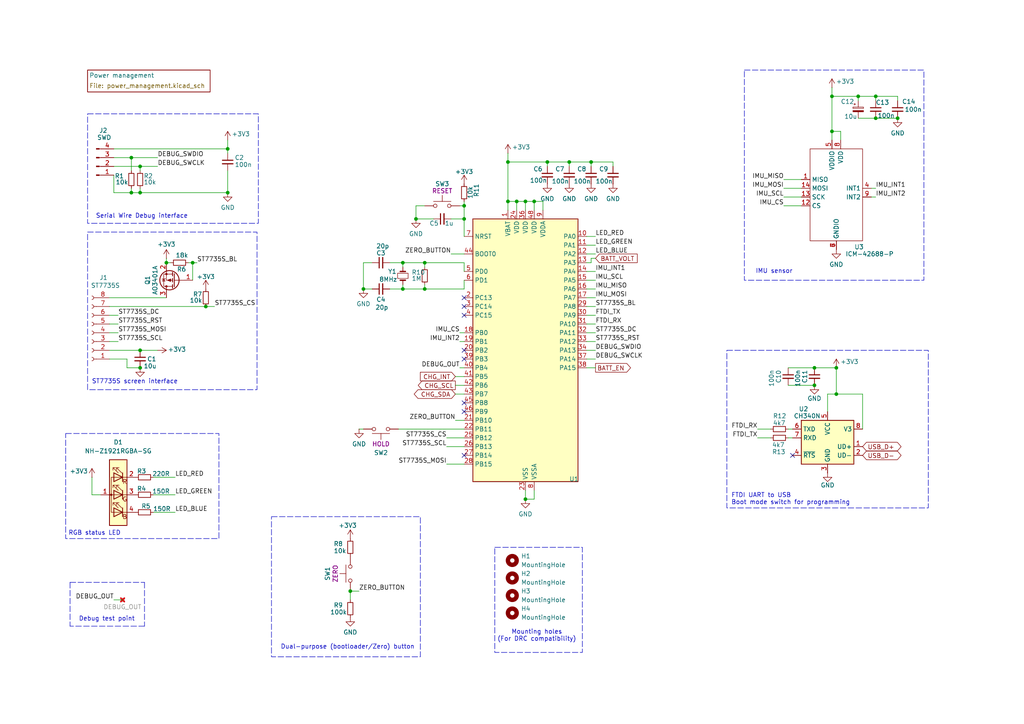
<source format=kicad_sch>
(kicad_sch (version 20250114) (generator "eeschema") (generator_version "9.0")
  (paper "A4")
  (title_block (title "Leany - Control circuit") (date "2026-02-19") (rev "0.4") (comment 1 "CERN Open Hardware Licence Version 2 - Permissive") (comment 2 "Copyright (c) 2026 Gilles Henrard"))
  (lib_symbols
    (symbol "Connector:Conn_01x04_Pin" (pin_names (offset 1.016) (hide yes))
      (property "Reference" "J" (at 0 5.08 0))
      (property "Value" "Conn_01x04_Pin" (at 0 -7.62 0))
      (symbol "Conn_01x04_Pin_1_1"
        (rectangle (start 0.8636 2.667) (end 0 2.413) (stroke (width 0.1524)) (fill (type outline)))
        (rectangle (start 0.8636 0.127) (end 0 -0.127) (stroke (width 0.1524)) (fill (type outline)))
        (rectangle (start 0.8636 -2.413) (end 0 -2.667) (stroke (width 0.1524)) (fill (type outline)))
        (rectangle (start 0.8636 -4.953) (end 0 -5.207) (stroke (width 0.1524)) (fill (type outline)))
        (polyline (pts (xy 1.27 2.54) (xy 0.8636 2.54)) (stroke (width 0.1524)))
        (polyline (pts (xy 1.27 0) (xy 0.8636 0)) (stroke (width 0.1524)))
        (polyline (pts (xy 1.27 -2.54) (xy 0.8636 -2.54)) (stroke (width 0.1524)))
        (polyline (pts (xy 1.27 -5.08) (xy 0.8636 -5.08)) (stroke (width 0.1524)))
        (pin passive line (at 5.08 2.54 180) (length 3.81) (name "Pin_1") (number "1"))
        (pin passive line (at 5.08 0 180) (length 3.81) (name "Pin_2") (number "2"))
        (pin passive line (at 5.08 -2.54 180) (length 3.81) (name "Pin_3") (number "3"))
        (pin passive line (at 5.08 -5.08 180) (length 3.81) (name "Pin_4") (number "4"))
      )
    )
    (symbol "Connector:Conn_01x08_Socket" (pin_names (offset 1.016) (hide yes))
      (property "Reference" "J" (at 0 10.16 0))
      (property "Value" "Conn_01x08_Socket" (at 0 -12.7 0))
      (symbol "Conn_01x08_Socket_1_1"
        (polyline (pts (xy -1.27 7.62) (xy -0.508 7.62)) (stroke (width 0.1524)))
        (polyline (pts (xy -1.27 5.08) (xy -0.508 5.08)) (stroke (width 0.1524)))
        (polyline (pts (xy -1.27 2.54) (xy -0.508 2.54)) (stroke (width 0.1524)))
        (polyline (pts (xy -1.27 0) (xy -0.508 0)) (stroke (width 0.1524)))
        (polyline (pts (xy -1.27 -2.54) (xy -0.508 -2.54)) (stroke (width 0.1524)))
        (polyline (pts (xy -1.27 -5.08) (xy -0.508 -5.08)) (stroke (width 0.1524)))
        (polyline (pts (xy -1.27 -7.62) (xy -0.508 -7.62)) (stroke (width 0.1524)))
        (polyline (pts (xy -1.27 -10.16) (xy -0.508 -10.16)) (stroke (width 0.1524)))
        (arc (start 0 7.112) (mid -0.5058 7.62) (end 0 8.128) (stroke (width 0.1524)))
        (arc (start 0 4.572) (mid -0.5058 5.08) (end 0 5.588) (stroke (width 0.1524)))
        (arc (start 0 2.032) (mid -0.5058 2.54) (end 0 3.048) (stroke (width 0.1524)))
        (arc (start 0 -0.508) (mid -0.5058 0) (end 0 0.508) (stroke (width 0.1524)))
        (arc (start 0 -3.048) (mid -0.5058 -2.54) (end 0 -2.032) (stroke (width 0.1524)))
        (arc (start 0 -5.588) (mid -0.5058 -5.08) (end 0 -4.572) (stroke (width 0.1524)))
        (arc (start 0 -8.128) (mid -0.5058 -7.62) (end 0 -7.112) (stroke (width 0.1524)))
        (arc (start 0 -10.668) (mid -0.5058 -10.16) (end 0 -9.652) (stroke (width 0.1524)))
        (pin passive line (at -5.08 7.62 0) (length 3.81) (name "Pin_1") (number "1"))
        (pin passive line (at -5.08 5.08 0) (length 3.81) (name "Pin_2") (number "2"))
        (pin passive line (at -5.08 2.54 0) (length 3.81) (name "Pin_3") (number "3"))
        (pin passive line (at -5.08 0 0) (length 3.81) (name "Pin_4") (number "4"))
        (pin passive line (at -5.08 -2.54 0) (length 3.81) (name "Pin_5") (number "5"))
        (pin passive line (at -5.08 -5.08 0) (length 3.81) (name "Pin_6") (number "6"))
        (pin passive line (at -5.08 -7.62 0) (length 3.81) (name "Pin_7") (number "7"))
        (pin passive line (at -5.08 -10.16 0) (length 3.81) (name "Pin_8") (number "8"))
      )
    )
    (symbol "Connector:TestPoint_Small" (pin_numbers (hide yes)) (pin_names (offset 0.762) (hide yes))
      (property "Reference" "TP" (at 0 3.81 0))
      (property "Value" "TestPoint_Small" (at 0 2.032 0))
      (symbol "TestPoint_Small_0_1"
        (circle (center 0 0) (radius 0.508))
      )
      (symbol "TestPoint_Small_1_1"
        (pin passive line (at 0 0 90) (length 0) (name "1") (number "1"))
      )
    )
    (symbol "Device:C_Polarized_Small" (pin_numbers (hide yes)) (pin_names (offset 0.254) (hide yes))
      (property "Reference" "C" (at 0.254 1.778 0))
      (property "Value" "C_Polarized_Small" (at 0.254 -2.032 0))
      (symbol "C_Polarized_Small_0_1"
        (rectangle (start -1.524 0.6858) (end 1.524 0.3048))
        (rectangle (start -1.524 -0.3048) (end 1.524 -0.6858) (fill (type outline)))
        (polyline (pts (xy -1.27 1.524) (xy -0.762 1.524)))
        (polyline (pts (xy -1.016 1.27) (xy -1.016 1.778)))
      )
      (symbol "C_Polarized_Small_1_1"
        (pin passive line (at 0 2.54 270) (length 1.8542) (name "~") (number "1"))
        (pin passive line (at 0 -2.54 90) (length 1.8542) (name "~") (number "2"))
      )
    )
    (symbol "Device:C_Small" (pin_numbers (hide yes)) (pin_names (offset 0.254) (hide yes))
      (property "Reference" "C" (at 0.254 1.778 0))
      (property "Value" "C_Small" (at 0.254 -2.032 0))
      (symbol "C_Small_0_1"
        (polyline (pts (xy -1.524 0.508) (xy 1.524 0.508)) (stroke (width 0.3048)))
        (polyline (pts (xy -1.524 -0.508) (xy 1.524 -0.508)) (stroke (width 0.3302)))
      )
      (symbol "C_Small_1_1"
        (pin passive line (at 0 2.54 270) (length 2.032) (name "~") (number "1"))
        (pin passive line (at 0 -2.54 90) (length 2.032) (name "~") (number "2"))
      )
    )
    (symbol "Device:Crystal_Small" (pin_numbers (hide yes)) (pin_names (offset 1.016) (hide yes))
      (property "Reference" "Y" (at 0 2.54 0))
      (property "Value" "Crystal_Small" (at 0 -2.54 0))
      (symbol "Crystal_Small_0_1"
        (polyline (pts (xy -1.27 -0.762) (xy -1.27 0.762)) (stroke (width 0.381)))
        (rectangle (start -0.762 -1.524) (end 0.762 1.524))
        (polyline (pts (xy 1.27 -0.762) (xy 1.27 0.762)) (stroke (width 0.381)))
      )
      (symbol "Crystal_Small_1_1"
        (pin passive line (at -2.54 0 0) (length 1.27) (name "1") (number "1"))
        (pin passive line (at 2.54 0 180) (length 1.27) (name "2") (number "2"))
      )
    )
    (symbol "Device:R_Small" (pin_numbers (hide yes)) (pin_names (offset 0.254) (hide yes))
      (property "Reference" "R" (at 0 0 90))
      (property "Value" "R_Small" (at 1.778 0 90))
      (symbol "R_Small_0_1"
        (rectangle (start -0.762 1.778) (end 0.762 -1.778) (stroke (width 0.2032)))
      )
      (symbol "R_Small_1_1"
        (pin passive line (at 0 2.54 270) (length 0.762) (name "~") (number "1"))
        (pin passive line (at 0 -2.54 90) (length 0.762) (name "~") (number "2"))
      )
    )
    (symbol "Interface_USB:CH340N"
      (property "Reference" "U" (at -7.62 6.35 0))
      (property "Value" "CH340N" (at 7.62 6.35 0))
      (symbol "CH340N_0_1"
        (rectangle (start -7.62 5.08) (end 7.62 -7.62) (stroke (width 0.254)) (fill (type background)))
      )
      (symbol "CH340N_1_1"
        (pin passive line (at -10.16 2.54 0) (length 2.54) (name "V3") (number "8"))
        (pin bidirectional line (at -10.16 -2.54 0) (length 2.54) (name "UD+") (number "1"))
        (pin bidirectional line (at -10.16 -5.08 0) (length 2.54) (name "UD-") (number "2"))
        (pin power_in line (at 0 7.62 270) (length 2.54) (name "VCC") (number "5"))
        (pin power_in line (at 0 -10.16 90) (length 2.54) (name "GND") (number "3"))
        (pin output line (at 10.16 2.54 180) (length 2.54) (name "TXD") (number "6"))
        (pin input line (at 10.16 0 180) (length 2.54) (name "RXD") (number "7"))
        (pin output line (at 10.16 -5.08 180) (length 2.54) (name "~{RTS}") (number "4"))
      )
    )
    (symbol "MCU_ST_STM32F1:STM32F103C8Tx"
      (property "Reference" "U" (at -15.24 39.37 0))
      (property "Value" "STM32F103C8Tx" (at 7.62 39.37 0))
      (symbol "STM32F103C8Tx_0_1"
        (rectangle (start -15.24 -38.1) (end 15.24 38.1) (stroke (width 0.254)) (fill (type background)))
      )
      (symbol "STM32F103C8Tx_1_1"
        (pin input line (at -17.78 33.02 0) (length 2.54) (name "NRST") (number "7"))
        (pin input line (at -17.78 27.94 0) (length 2.54) (name "BOOT0") (number "44"))
        (pin bidirectional line (at -17.78 22.86 0) (length 2.54) (name "PD0") (number "5"))
        (pin bidirectional line (at -17.78 20.32 0) (length 2.54) (name "PD1") (number "6"))
        (pin bidirectional line (at -17.78 15.24 0) (length 2.54) (name "PC13") (number "2"))
        (pin bidirectional line (at -17.78 12.7 0) (length 2.54) (name "PC14") (number "3"))
        (pin bidirectional line (at -17.78 10.16 0) (length 2.54) (name "PC15") (number "4"))
        (pin bidirectional line (at -17.78 5.08 0) (length 2.54) (name "PB0") (number "18"))
        (pin bidirectional line (at -17.78 2.54 0) (length 2.54) (name "PB1") (number "19"))
        (pin bidirectional line (at -17.78 0 0) (length 2.54) (name "PB2") (number "20"))
        (pin bidirectional line (at -17.78 -2.54 0) (length 2.54) (name "PB3") (number "39"))
        (pin bidirectional line (at -17.78 -5.08 0) (length 2.54) (name "PB4") (number "40"))
        (pin bidirectional line (at -17.78 -7.62 0) (length 2.54) (name "PB5") (number "41"))
        (pin bidirectional line (at -17.78 -10.16 0) (length 2.54) (name "PB6") (number "42"))
        (pin bidirectional line (at -17.78 -12.7 0) (length 2.54) (name "PB7") (number "43"))
        (pin bidirectional line (at -17.78 -15.24 0) (length 2.54) (name "PB8") (number "45"))
        (pin bidirectional line (at -17.78 -17.78 0) (length 2.54) (name "PB9") (number "46"))
        (pin bidirectional line (at -17.78 -20.32 0) (length 2.54) (name "PB10") (number "21"))
        (pin bidirectional line (at -17.78 -22.86 0) (length 2.54) (name "PB11") (number "22"))
        (pin bidirectional line (at -17.78 -25.4 0) (length 2.54) (name "PB12") (number "25"))
        (pin bidirectional line (at -17.78 -27.94 0) (length 2.54) (name "PB13") (number "26"))
        (pin bidirectional line (at -17.78 -30.48 0) (length 2.54) (name "PB14") (number "27"))
        (pin bidirectional line (at -17.78 -33.02 0) (length 2.54) (name "PB15") (number "28"))
        (pin power_in line (at -5.08 40.64 270) (length 2.54) (name "VBAT") (number "1"))
        (pin power_in line (at -2.54 40.64 270) (length 2.54) (name "VDD") (number "24"))
        (pin power_in line (at 0 40.64 270) (length 2.54) (name "VDD") (number "36"))
        (pin power_in line (at 0 -40.64 90) (length 2.54) (name "VSS") (number "23"))
        (pin passive line (at 0 -40.64 90) (length 2.54) (hide yes) (name "VSS") (number "35"))
        (pin passive line (at 0 -40.64 90) (length 2.54) (hide yes) (name "VSS") (number "47"))
        (pin power_in line (at 2.54 40.64 270) (length 2.54) (name "VDD") (number "48"))
        (pin power_in line (at 2.54 -40.64 90) (length 2.54) (name "VSSA") (number "8"))
        (pin power_in line (at 5.08 40.64 270) (length 2.54) (name "VDDA") (number "9"))
        (pin bidirectional line (at 17.78 33.02 180) (length 2.54) (name "PA0") (number "10"))
        (pin bidirectional line (at 17.78 30.48 180) (length 2.54) (name "PA1") (number "11"))
        (pin bidirectional line (at 17.78 27.94 180) (length 2.54) (name "PA2") (number "12"))
        (pin bidirectional line (at 17.78 25.4 180) (length 2.54) (name "PA3") (number "13"))
        (pin bidirectional line (at 17.78 22.86 180) (length 2.54) (name "PA4") (number "14"))
        (pin bidirectional line (at 17.78 20.32 180) (length 2.54) (name "PA5") (number "15"))
        (pin bidirectional line (at 17.78 17.78 180) (length 2.54) (name "PA6") (number "16"))
        (pin bidirectional line (at 17.78 15.24 180) (length 2.54) (name "PA7") (number "17"))
        (pin bidirectional line (at 17.78 12.7 180) (length 2.54) (name "PA8") (number "29"))
        (pin bidirectional line (at 17.78 10.16 180) (length 2.54) (name "PA9") (number "30"))
        (pin bidirectional line (at 17.78 7.62 180) (length 2.54) (name "PA10") (number "31"))
        (pin bidirectional line (at 17.78 5.08 180) (length 2.54) (name "PA11") (number "32"))
        (pin bidirectional line (at 17.78 2.54 180) (length 2.54) (name "PA12") (number "33"))
        (pin bidirectional line (at 17.78 0 180) (length 2.54) (name "PA13") (number "34"))
        (pin bidirectional line (at 17.78 -2.54 180) (length 2.54) (name "PA14") (number "37"))
        (pin bidirectional line (at 17.78 -5.08 180) (length 2.54) (name "PA15") (number "38"))
      )
    )
    (symbol "Mechanical:MountingHole" (pin_names (offset 1.016)) (in_bom no)
      (property "Reference" "H" (at 0 5.08 0))
      (property "Value" "MountingHole" (at 0 3.175 0))
      (symbol "MountingHole_0_1"
        (circle (center 0 0) (radius 1.27) (stroke (width 1.27)))
      )
    )
    (symbol "Switch:SW_Push" (pin_numbers (hide yes)) (pin_names (offset 1.016) (hide yes))
      (property "Reference" "SW" (at 1.27 2.54 0))
      (property "Value" "SW_Push" (at 0 -1.524 0))
      (symbol "SW_Push_0_1"
        (circle (center -2.032 0) (radius 0.508))
        (polyline (pts (xy 0 1.27) (xy 0 3.048)))
        (circle (center 2.032 0) (radius 0.508))
        (polyline (pts (xy 2.54 1.27) (xy -2.54 1.27)))
        (pin passive line (at -5.08 0 0) (length 2.54) (name "1") (number "1"))
        (pin passive line (at 5.08 0 180) (length 2.54) (name "2") (number "2"))
      )
    )
    (symbol "Transistor_FET:AO3401A" (pin_names (hide yes))
      (property "Reference" "Q" (at 5.08 1.905 0))
      (property "Value" "AO3401A" (at 5.08 0 0))
      (symbol "AO3401A_0_1"
        (polyline (pts (xy 0.254 1.905) (xy 0.254 -1.905)) (stroke (width 0.254)))
        (polyline (pts (xy 0.254 0) (xy -2.54 0)))
        (polyline (pts (xy 0.762 2.286) (xy 0.762 1.27)) (stroke (width 0.254)))
        (polyline (pts (xy 0.762 1.778) (xy 3.302 1.778) (xy 3.302 -1.778) (xy 0.762 -1.778)))
        (polyline (pts (xy 0.762 0.508) (xy 0.762 -0.508)) (stroke (width 0.254)))
        (polyline (pts (xy 0.762 -1.27) (xy 0.762 -2.286)) (stroke (width 0.254)))
        (circle (center 1.651 0) (radius 2.794) (stroke (width 0.254)))
        (polyline (pts (xy 2.286 0) (xy 1.27 0.381) (xy 1.27 -0.381) (xy 2.286 0)) (fill (type outline)))
        (polyline (pts (xy 2.54 2.54) (xy 2.54 1.778)))
        (circle (center 2.54 1.778) (radius 0.254) (fill (type outline)))
        (circle (center 2.54 -1.778) (radius 0.254) (fill (type outline)))
        (polyline (pts (xy 2.54 -2.54) (xy 2.54 0) (xy 0.762 0)))
        (polyline (pts (xy 2.794 -0.508) (xy 2.921 -0.381) (xy 3.683 -0.381) (xy 3.81 -0.254)))
        (polyline (pts (xy 3.302 -0.381) (xy 2.921 0.254) (xy 3.683 0.254) (xy 3.302 -0.381)))
      )
      (symbol "AO3401A_1_1"
        (pin input line (at -5.08 0 0) (length 2.54) (name "G") (number "1"))
        (pin passive line (at 2.54 5.08 270) (length 2.54) (name "D") (number "3"))
        (pin passive line (at 2.54 -5.08 90) (length 2.54) (name "S") (number "2"))
      )
    )
    (symbol "leany-symbols:IMU"
      (property "Reference" "U" (at 5.588 14.986 0))
      (property "Value" "IMU" (at 9.652 -10.668 90))
      (symbol "IMU_0_1"
        (rectangle (start -7.62 12.7) (end 7.62 -13.97))
      )
      (symbol "IMU_1_1"
        (pin output line (at -10.16 3.81 0) (length 2.54) (name "MISO") (number "1"))
        (pin input line (at -10.16 1.27 0) (length 2.54) (name "MOSI") (number "14"))
        (pin input line (at -10.16 -1.27 0) (length 2.54) (name "SCK") (number "13"))
        (pin input line (at -10.16 -3.81 0) (length 2.54) (name "CS") (number "12"))
        (pin no_connect line (at -6.35 -16.51 90) (length 2.54) (hide yes) (name "RESV") (number "10"))
        (pin no_connect line (at -3.81 -16.51 90) (length 2.54) (hide yes) (name "RESV") (number "11"))
        (pin power_in line (at -1.27 15.24 270) (length 2.54) (name "VDDIO") (number "5"))
        (pin power_in line (at 0 -16.51 90) (length 2.54) (name "GNDIO") (number "6"))
        (pin power_in line (at 0 -16.51 90) (length 2.54) (name "GND") (number "7"))
        (pin power_in line (at 1.27 15.24 270) (length 2.54) (name "VDD") (number "8"))
        (pin no_connect line (at 3.81 -16.51 90) (length 2.54) (hide yes) (name "RESV") (number "2"))
        (pin no_connect line (at 6.35 -16.51 90) (length 2.54) (hide yes) (name "RESV") (number "3"))
        (pin output line (at 10.16 1.27 180) (length 2.54) (name "INT1") (number "4"))
        (pin output line (at 10.16 -1.27 180) (length 2.54) (name "INT2") (number "9"))
      )
    )
    (symbol "leany-symbols:NH-Z1921RGBA-SG" (pin_names (offset 0) (hide yes))
      (property "Reference" "D" (at 0 12.7 0))
      (property "Value" "NH-Z1921RGBA-SG" (at 1.27 -11.43 0))
      (symbol "NH-Z1921RGBA-SG_0_0"
        (text "R" (at -1.905 3.81 0) (effects (font (size 1.27 1.27))))
        (text "G" (at -1.905 -1.27 0) (effects (font (size 1.27 1.27))))
        (text "B" (at -1.905 -6.35 0) (effects (font (size 1.27 1.27))))
      )
      (symbol "NH-Z1921RGBA-SG_0_1"
        (rectangle (start -2.54 10.16) (end 2.54 -8.89) (stroke (width 0.254)) (fill (type background)))
        (polyline (pts (xy -2.54 -5.08) (xy 1.27 -5.08)))
        (polyline (pts (xy -1.27 6.35) (xy -1.27 3.81)) (stroke (width 0.254)))
        (polyline (pts (xy -1.27 1.27) (xy -1.27 -1.27)) (stroke (width 0.254)))
        (polyline (pts (xy -1.27 -3.81) (xy -1.27 -6.35)) (stroke (width 0.254)))
        (polyline (pts (xy -1.016 6.35) (xy 0.508 7.874) (xy -0.254 7.874) (xy 0.508 7.874) (xy 0.508 7.112)))
        (polyline (pts (xy -1.016 1.27) (xy 0.508 2.794) (xy -0.254 2.794) (xy 0.508 2.794) (xy 0.508 2.032)))
        (polyline (pts (xy -1.016 -3.81) (xy 0.508 -2.286) (xy -0.254 -2.286) (xy 0.508 -2.286) (xy 0.508 -3.048)))
        (polyline (pts (xy 0 6.35) (xy 1.524 7.874) (xy 0.762 7.874) (xy 1.524 7.874) (xy 1.524 7.112)))
        (polyline (pts (xy 0 1.27) (xy 1.524 2.794) (xy 0.762 2.794) (xy 1.524 2.794) (xy 1.524 2.032)))
        (polyline (pts (xy 0 -3.81) (xy 1.524 -2.286) (xy 0.762 -2.286) (xy 1.524 -2.286) (xy 1.524 -3.048)))
        (polyline (pts (xy 1.27 6.35) (xy 1.27 3.81) (xy -1.27 5.08) (xy 1.27 6.35)) (stroke (width 0.254)))
        (rectangle (start 1.27 6.35) (end 1.27 6.35))
        (polyline (pts (xy 1.27 5.08) (xy -2.54 5.08)))
        (polyline (pts (xy 1.27 1.27) (xy 1.27 -1.27) (xy -1.27 0) (xy 1.27 1.27)) (stroke (width 0.254)))
        (polyline (pts (xy 1.27 -3.81) (xy 1.27 -6.35) (xy -1.27 -5.08) (xy 1.27 -3.81)) (stroke (width 0.254)))
        (polyline (pts (xy 1.27 -5.08) (xy 2.032 -5.08) (xy 2.032 5.08) (xy 1.27 5.08)))
        (circle (center 2.032 0) (radius 0.254) (fill (type outline)))
        (polyline (pts (xy 2.54 0) (xy -2.54 0)))
      )
      (symbol "NH-Z1921RGBA-SG_1_1"
        (pin passive line (at -5.08 5.08 0) (length 2.54) (name "RK") (number "2"))
        (pin passive line (at -5.08 0 0) (length 2.54) (name "GK") (number "3"))
        (pin passive line (at -5.08 -5.08 0) (length 2.54) (name "BK") (number "4"))
        (pin passive line (at 5.08 0 180) (length 2.54) (name "A") (number "1"))
      )
    )
    (symbol "power:+3V3" (power) (pin_numbers (hide yes)) (pin_names (offset 0) (hide yes))
      (property "Value" "+3V3" (at 0 3.556 0))
      (symbol "+3V3_0_1"
        (polyline (pts (xy -0.762 1.27) (xy 0 2.54)))
        (polyline (pts (xy 0 2.54) (xy 0.762 1.27)))
        (polyline (pts (xy 0 0) (xy 0 2.54)))
      )
      (symbol "+3V3_1_1"
        (pin power_in line (at 0 0 90) (length 0) (name "~") (number "1"))
      )
    )
    (symbol "power:GND" (power) (pin_numbers (hide yes)) (pin_names (offset 0) (hide yes))
      (property "Value" "GND" (at 0 -3.81 0))
      (symbol "GND_0_1"
        (polyline (pts (xy 0 0) (xy 0 -1.27) (xy 1.27 -1.27) (xy 0 -2.54) (xy -1.27 -1.27) (xy 0 -1.27)))
      )
      (symbol "GND_1_1"
        (pin power_in line (at 0 0 270) (length 0) (name "~") (number "1"))
      )
    )
  )
  (rectangle (start 19.05 125.73) (end 63.5 156.21) (stroke (width 0) (type dash)))
  (rectangle (start 215.9 20.32) (end 267.97 81.28) (stroke (width 0) (type dash)))
  (rectangle (start 25.4 33.02) (end 74.93 64.77) (stroke (width 0) (type dash)))
  (rectangle (start 210.82 101.6) (end 269.24 147.32) (stroke (width 0) (type dash)))
  (rectangle (start 25.4 67.31) (end 74.549 113.03) (stroke (width 0) (type dash)))
  (rectangle (start 143.51 158.75) (end 168.91 189.23) (stroke (width 0) (type dash)))
  (rectangle (start 78.74 149.86) (end 121.92 190.5) (stroke (width 0) (type dash)))
  (text "FTDI UART to USB\nBoot mode switch for programming" (at 212.09 144.78 0) (effects (font (size 1.27 1.27)) (justify left)))
  (text "IMU sensor" (at 224.536 78.74 0) (effects (font (size 1.27 1.27))))
  (text "Debug test point" (at 30.988 179.578 0) (effects (font (size 1.27 1.27))))
  (text "ST7735S screen interface" (at 39.116 110.744 0) (effects (font (size 1.27 1.27))))
  (text "RGB status LED" (at 27.432 154.686 0) (effects (font (size 1.27 1.27))))
  (text "Mounting holes\n(For DRC compatibility)" (at 155.702 184.404 0) (effects (font (size 1.27 1.27))))
  (text "Serial Wire Debug interface" (at 41.148 62.738 0) (effects (font (size 1.27 1.27))))
  (text "Dual-purpose (bootloader/Zero) button" (at 100.838 187.706 0) (effects (font (size 1.27 1.27))))
  (junction (at 147.32 58.42))
  (junction (at 123.19 83.82))
  (junction (at 254 27.94))
  (junction (at 116.84 76.2))
  (junction (at 38.1 45.72))
  (junction (at 120.65 63.5))
  (junction (at 158.75 46.99))
  (junction (at 66.04 55.88))
  (junction (at 152.4 144.78))
  (junction (at 248.92 27.94))
  (junction (at 242.57 114.3))
  (junction (at 134.62 59.69))
  (junction (at 38.1 55.88))
  (junction (at 241.3 27.94))
  (junction (at 154.94 58.42))
  (junction (at 165.1 46.99))
  (junction (at 40.64 55.88))
  (junction (at 101.6 171.45))
  (junction (at 242.57 106.68))
  (junction (at 66.04 43.18))
  (junction (at 134.62 63.5))
  (junction (at 40.64 48.26))
  (junction (at 105.41 83.82))
  (junction (at 236.22 106.68))
  (junction (at 171.45 46.99))
  (junction (at 254 34.29))
  (junction (at 40.64 101.6))
  (junction (at 116.84 83.82))
  (junction (at 241.3 38.1))
  (junction (at 40.64 106.68))
  (junction (at 59.69 88.9))
  (junction (at 149.86 58.42))
  (junction (at 147.32 46.99))
  (junction (at 48.26 76.2))
  (junction (at 55.88 76.2))
  (junction (at 260.35 34.29))
  (junction (at 236.22 111.76))
  (junction (at 152.4 58.42))
  (junction (at 123.19 76.2))
  (no_connect (at 134.62 104.14))
  (no_connect (at 229.87 132.08))
  (no_connect (at 134.62 88.9))
  (no_connect (at 134.62 132.08))
  (no_connect (at 134.62 116.84))
  (no_connect (at 134.62 86.36))
  (no_connect (at 134.62 119.38))
  (no_connect (at 134.62 101.6))
  (no_connect (at 134.62 91.44))
  (wire (pts (xy 254 34.29) (xy 260.35 34.29)))
  (wire (pts (xy 31.75 104.14) (xy 36.83 104.14)))
  (wire (pts (xy 116.84 76.2) (xy 113.03 76.2)))
  (wire (pts (xy 241.3 27.94) (xy 248.92 27.94)))
  (wire (pts (xy 66.04 49.53) (xy 66.04 55.88)))
  (wire (pts (xy 44.45 138.43) (xy 50.8 138.43)))
  (wire (pts (xy 38.1 45.72) (xy 45.72 45.72)))
  (wire (pts (xy 129.54 134.62) (xy 134.62 134.62)))
  (wire (pts (xy 158.75 46.99) (xy 158.75 48.26)))
  (wire (pts (xy 152.4 58.42) (xy 152.4 60.96)))
  (wire (pts (xy 170.18 68.58) (xy 172.72 68.58)))
  (wire (pts (xy 38.1 54.61) (xy 38.1 55.88)))
  (wire (pts (xy 120.65 59.69) (xy 123.19 59.69)))
  (wire (pts (xy 55.88 76.2) (xy 55.88 81.28)))
  (wire (pts (xy 157.48 58.42) (xy 157.48 60.96)))
  (wire (pts (xy 252.73 54.61) (xy 254 54.61)))
  (wire (pts (xy 170.18 99.06) (xy 172.72 99.06)))
  (wire (pts (xy 152.4 142.24) (xy 152.4 144.78)))
  (wire (pts (xy 134.62 58.42) (xy 134.62 59.69)))
  (wire (pts (xy 134.62 83.82) (xy 134.62 81.28)))
  (wire (pts (xy 132.08 121.92) (xy 134.62 121.92)))
  (polyline (pts (xy 41.91 168.91) (xy 41.91 181.61)) (stroke (width 0) (type dash)))
  (wire (pts (xy 243.84 38.1) (xy 241.3 38.1)))
  (wire (pts (xy 250.19 114.3) (xy 250.19 124.46)))
  (wire (pts (xy 31.75 88.9) (xy 59.69 88.9)))
  (wire (pts (xy 66.04 43.18) (xy 66.04 44.45)))
  (wire (pts (xy 243.84 40.64) (xy 243.84 38.1)))
  (wire (pts (xy 147.32 58.42) (xy 147.32 60.96)))
  (wire (pts (xy 129.54 129.54) (xy 134.62 129.54)))
  (wire (pts (xy 38.1 55.88) (xy 40.64 55.88)))
  (wire (pts (xy 134.62 76.2) (xy 134.62 78.74)))
  (wire (pts (xy 240.03 114.3) (xy 240.03 119.38)))
  (wire (pts (xy 170.18 71.12) (xy 172.72 71.12)))
  (wire (pts (xy 147.32 46.99) (xy 147.32 58.42)))
  (wire (pts (xy 241.3 38.1) (xy 241.3 40.64)))
  (wire (pts (xy 254 34.29) (xy 248.92 34.29)))
  (wire (pts (xy 132.08 111.76) (xy 134.62 111.76)))
  (wire (pts (xy 101.6 171.45) (xy 101.6 173.99)))
  (wire (pts (xy 132.08 114.3) (xy 134.62 114.3)))
  (wire (pts (xy 59.69 88.9) (xy 62.23 88.9)))
  (wire (pts (xy 170.18 93.98) (xy 172.72 93.98)))
  (wire (pts (xy 242.57 106.68) (xy 236.22 106.68)))
  (wire (pts (xy 31.75 99.06) (xy 34.29 99.06)))
  (wire (pts (xy 242.57 114.3) (xy 250.19 114.3)))
  (wire (pts (xy 171.45 48.26) (xy 171.45 46.99)))
  (wire (pts (xy 241.3 27.94) (xy 241.3 38.1)))
  (wire (pts (xy 31.75 91.44) (xy 34.29 91.44)))
  (wire (pts (xy 171.45 46.99) (xy 165.1 46.99)))
  (wire (pts (xy 31.75 86.36) (xy 48.26 86.36)))
  (wire (pts (xy 123.19 76.2) (xy 123.19 77.47)))
  (wire (pts (xy 248.92 27.94) (xy 254 27.94)))
  (wire (pts (xy 170.18 83.82) (xy 172.72 83.82)))
  (wire (pts (xy 26.67 138.43) (xy 26.67 143.51)))
  (polyline (pts (xy 20.32 168.91) (xy 41.91 168.91)) (stroke (width 0) (type dash)))
  (wire (pts (xy 40.64 48.26) (xy 40.64 49.53)))
  (wire (pts (xy 33.02 173.99) (xy 35.56 173.99)))
  (wire (pts (xy 123.19 83.82) (xy 134.62 83.82)))
  (wire (pts (xy 170.18 96.52) (xy 172.72 96.52)))
  (wire (pts (xy 170.18 88.9) (xy 172.72 88.9)))
  (wire (pts (xy 248.92 27.94) (xy 248.92 29.21)))
  (wire (pts (xy 133.35 96.52) (xy 134.62 96.52)))
  (wire (pts (xy 154.94 142.24) (xy 154.94 144.78)))
  (wire (pts (xy 66.04 40.64) (xy 66.04 43.18)))
  (wire (pts (xy 48.26 76.2) (xy 48.26 74.93)))
  (wire (pts (xy 116.84 76.2) (xy 116.84 77.47)))
  (wire (pts (xy 26.67 143.51) (xy 29.21 143.51)))
  (wire (pts (xy 219.71 124.46) (xy 223.52 124.46)))
  (wire (pts (xy 227.33 57.15) (xy 232.41 57.15)))
  (wire (pts (xy 129.54 127) (xy 134.62 127)))
  (wire (pts (xy 149.86 58.42) (xy 149.86 60.96)))
  (wire (pts (xy 36.83 104.14) (xy 36.83 106.68)))
  (wire (pts (xy 40.64 48.26) (xy 45.72 48.26)))
  (wire (pts (xy 48.26 76.2) (xy 49.53 76.2)))
  (wire (pts (xy 54.61 76.2) (xy 55.88 76.2)))
  (wire (pts (xy 170.18 73.66) (xy 172.72 73.66)))
  (wire (pts (xy 170.18 104.14) (xy 172.72 104.14)))
  (wire (pts (xy 228.6 124.46) (xy 229.87 124.46)))
  (wire (pts (xy 33.02 55.88) (xy 38.1 55.88)))
  (wire (pts (xy 171.45 76.2) (xy 170.18 76.2)))
  (wire (pts (xy 260.35 27.94) (xy 254 27.94)))
  (wire (pts (xy 170.18 106.68) (xy 172.72 106.68)))
  (wire (pts (xy 147.32 44.45) (xy 147.32 46.99)))
  (wire (pts (xy 170.18 81.28) (xy 172.72 81.28)))
  (wire (pts (xy 33.02 45.72) (xy 38.1 45.72)))
  (wire (pts (xy 252.73 57.15) (xy 254 57.15)))
  (wire (pts (xy 171.45 74.93) (xy 172.72 74.93)))
  (wire (pts (xy 31.75 93.98) (xy 34.29 93.98)))
  (wire (pts (xy 33.02 48.26) (xy 40.64 48.26)))
  (wire (pts (xy 115.57 124.46) (xy 134.62 124.46)))
  (wire (pts (xy 31.75 101.6) (xy 40.64 101.6)))
  (wire (pts (xy 130.81 63.5) (xy 134.62 63.5)))
  (wire (pts (xy 40.64 55.88) (xy 66.04 55.88)))
  (wire (pts (xy 55.88 76.2) (xy 57.15 76.2)))
  (wire (pts (xy 133.35 106.68) (xy 134.62 106.68)))
  (wire (pts (xy 154.94 58.42) (xy 157.48 58.42)))
  (polyline (pts (xy 20.32 168.91) (xy 20.32 181.61)) (stroke (width 0) (type dash)))
  (wire (pts (xy 31.75 96.52) (xy 34.29 96.52)))
  (wire (pts (xy 44.45 143.51) (xy 50.8 143.51)))
  (wire (pts (xy 240.03 114.3) (xy 242.57 114.3)))
  (wire (pts (xy 40.64 101.6) (xy 45.72 101.6)))
  (wire (pts (xy 104.14 124.46) (xy 105.41 124.46)))
  (wire (pts (xy 227.33 54.61) (xy 232.41 54.61)))
  (wire (pts (xy 113.03 83.82) (xy 116.84 83.82)))
  (wire (pts (xy 134.62 59.69) (xy 134.62 63.5)))
  (wire (pts (xy 134.62 63.5) (xy 134.62 68.58)))
  (wire (pts (xy 105.41 83.82) (xy 107.95 83.82)))
  (wire (pts (xy 228.6 106.68) (xy 236.22 106.68)))
  (wire (pts (xy 170.18 101.6) (xy 172.72 101.6)))
  (wire (pts (xy 101.6 171.45) (xy 104.14 171.45)))
  (wire (pts (xy 38.1 45.72) (xy 38.1 49.53)))
  (wire (pts (xy 123.19 82.55) (xy 123.19 83.82)))
  (wire (pts (xy 105.41 76.2) (xy 105.41 83.82)))
  (wire (pts (xy 170.18 91.44) (xy 172.72 91.44)))
  (wire (pts (xy 165.1 48.26) (xy 165.1 46.99)))
  (wire (pts (xy 152.4 58.42) (xy 154.94 58.42)))
  (wire (pts (xy 228.6 127) (xy 229.87 127)))
  (wire (pts (xy 228.6 111.76) (xy 236.22 111.76)))
  (wire (pts (xy 147.32 58.42) (xy 149.86 58.42)))
  (wire (pts (xy 120.65 63.5) (xy 125.73 63.5)))
  (wire (pts (xy 123.19 76.2) (xy 116.84 76.2)))
  (wire (pts (xy 227.33 59.69) (xy 232.41 59.69)))
  (wire (pts (xy 227.33 52.07) (xy 232.41 52.07)))
  (wire (pts (xy 134.62 76.2) (xy 123.19 76.2)))
  (wire (pts (xy 36.83 106.68) (xy 40.64 106.68)))
  (wire (pts (xy 170.18 86.36) (xy 172.72 86.36)))
  (wire (pts (xy 241.3 25.4) (xy 241.3 27.94)))
  (wire (pts (xy 165.1 46.99) (xy 158.75 46.99)))
  (wire (pts (xy 177.8 46.99) (xy 171.45 46.99)))
  (wire (pts (xy 171.45 76.2) (xy 171.45 74.93)))
  (wire (pts (xy 40.64 54.61) (xy 40.64 55.88)))
  (wire (pts (xy 116.84 83.82) (xy 123.19 83.82)))
  (wire (pts (xy 33.02 43.18) (xy 66.04 43.18)))
  (wire (pts (xy 254 27.94) (xy 254 29.21)))
  (wire (pts (xy 44.45 148.59) (xy 50.8 148.59)))
  (wire (pts (xy 116.84 82.55) (xy 116.84 83.82)))
  (wire (pts (xy 242.57 106.68) (xy 242.57 114.3)))
  (wire (pts (xy 133.35 99.06) (xy 134.62 99.06)))
  (wire (pts (xy 177.8 48.26) (xy 177.8 46.99)))
  (wire (pts (xy 219.71 127) (xy 223.52 127)))
  (wire (pts (xy 133.35 59.69) (xy 134.62 59.69)))
  (wire (pts (xy 33.02 50.8) (xy 33.02 55.88)))
  (wire (pts (xy 147.32 46.99) (xy 158.75 46.99)))
  (wire (pts (xy 149.86 58.42) (xy 152.4 58.42)))
  (wire (pts (xy 132.08 109.22) (xy 134.62 109.22)))
  (wire (pts (xy 105.41 76.2) (xy 107.95 76.2)))
  (wire (pts (xy 130.81 73.66) (xy 134.62 73.66)))
  (wire (pts (xy 152.4 144.78) (xy 154.94 144.78)))
  (polyline (pts (xy 41.91 181.61) (xy 20.32 181.61)) (stroke (width 0) (type dash)))
  (wire (pts (xy 170.18 78.74) (xy 172.72 78.74)))
  (wire (pts (xy 120.65 59.69) (xy 120.65 63.5)))
  (wire (pts (xy 260.35 29.21) (xy 260.35 27.94)))
  (wire (pts (xy 154.94 58.42) (xy 154.94 60.96)))
  (label "IMU_MOSI" (at 172.72 86.36 0))
  (label "IMU_INT1" (at 172.72 78.74 0))
  (label "IMU_INT2" (at 133.35 99.06 180))
  (label "ST7735S_BL" (at 57.15 76.2 0))
  (label "ST7735S_DC" (at 34.29 91.44 0))
  (label "DEBUG_SWCLK" (at 172.72 104.14 0))
  (label "ST7735S_CS" (at 129.54 127 180))
  (label "DEBUG_OUT" (at 133.35 106.68 180))
  (label "FTDI_RX" (at 219.71 124.46 180))
  (label "ZERO_BUTTON" (at 132.08 121.92 180))
  (label "ZERO_BUTTON" (at 104.14 171.45 0))
  (label "ZERO_BUTTON" (at 130.81 73.66 180))
  (label "FTDI_RX" (at 172.72 93.98 0))
  (label "LED_BLUE" (at 50.8 148.59 0))
  (label "FTDI_TX" (at 219.71 127 180))
  (label "ST7735S_SCL" (at 129.54 129.54 180))
  (label "IMU_INT1" (at 254 54.61 0))
  (label "LED_GREEN" (at 50.8 143.51 0))
  (label "LED_GREEN" (at 172.72 71.12 0))
  (label "IMU_SCL" (at 227.33 57.15 180))
  (label "IMU_CS" (at 133.35 96.52 180))
  (label "IMU_SCL" (at 172.72 81.28 0))
  (label "ST7735S_SCL" (at 34.29 99.06 0))
  (label "FTDI_TX" (at 172.72 91.44 0))
  (label "IMU_INT2" (at 254 57.15 0))
  (label "ST7735S_DC" (at 172.72 96.52 0))
  (label "LED_BLUE" (at 172.72 73.66 0))
  (label "LED_RED" (at 50.8 138.43 0))
  (label "DEBUG_SWDIO" (at 45.72 45.72 0))
  (label "ST7735S_MOSI" (at 34.29 96.52 0))
  (label "DEBUG_OUT" (at 33.02 173.99 180))
  (label "DEBUG_SWDIO" (at 172.72 101.6 0))
  (label "ST7735S_RST" (at 34.29 93.98 0))
  (label "IMU_MISO" (at 227.33 52.07 180))
  (label "ST7735S_CS" (at 62.23 88.9 0))
  (label "DEBUG_SWCLK" (at 45.72 48.26 0))
  (label "IMU_MISO" (at 172.72 83.82 0))
  (label "ST7735S_BL" (at 172.72 88.9 0))
  (label "ST7735S_MOSI" (at 129.54 134.62 180))
  (label "IMU_MOSI" (at 227.33 54.61 180))
  (label "ST7735S_RST" (at 172.72 99.06 0))
  (label "IMU_CS" (at 227.33 59.69 180))
  (label "LED_RED" (at 172.72 68.58 0))
  (global_label "CHG_INT" (shape input) (at 132.08 109.22 180) (property "Intersheetrefs" "${INTERSHEET_REFS}" (effects (hide yes))))
  (global_label "BATT_EN" (shape output) (at 172.72 106.68 0) (property "Intersheetrefs" "${INTERSHEET_REFS}" (effects (hide yes))))
  (global_label "BATT_VOLT" (shape input) (at 172.72 74.93 0) (property "Intersheetrefs" "${INTERSHEET_REFS}" (effects (hide yes))))
  (global_label "CHG_SCL" (shape output) (at 132.08 111.76 180) (property "Intersheetrefs" "${INTERSHEET_REFS}" (effects (hide yes))))
  (global_label "CHG_SDA" (shape bidirectional) (at 132.08 114.3 180) (property "Intersheetrefs" "${INTERSHEET_REFS}" (effects (hide yes))))
  (global_label "USB_D+" (shape bidirectional) (at 250.19 129.54 0) (property "Intersheetrefs" "${INTERSHEET_REFS}" (effects (hide yes))))
  (global_label "USB_D-" (shape bidirectional) (at 250.19 132.08 0) (property "Intersheetrefs" "${INTERSHEET_REFS}" (effects (hide yes))))
  (symbol (lib_id "Device:R_Small") (at 101.6 176.53 0) (unit 1)
    (property "Reference" "R9" (at 96.774 175.514 0) (effects (justify left)))
    (property "Value" "100k" (at 95.758 177.546 0) (effects (justify left)))
    (property "Footprint" "leany_footprints:R_0402_1005Metric" (effects (hide yes)))
    (property "Description" "Resistor, small symbol" (effects (hide yes)))
    (property "LCSC" "C25741" (effects (hide yes)))
  )
  (symbol (lib_id "power:GND") (at 66.04 55.88 0) (unit 1)
    (property "Reference" "#PWR07" (effects (hide yes)))
    (property "Value" "GND" (at 66.04 60.198 0))
    (property "Description" "Power symbol creates a global label with name \"GND\" , ground" (effects (hide yes)))
  )
  (symbol (lib_id "power:GND") (at 165.1 53.34 0) (unit 1)
    (property "Reference" "#PWR017" (effects (hide yes)))
    (property "Value" "GND" (at 165.1 57.658 0))
    (property "Description" "Power symbol creates a global label with name \"GND\" , ground" (effects (hide yes)))
  )
  (symbol (lib_id "Device:C_Small") (at 177.8 50.8 0) (unit 1)
    (property "Reference" "C9" (at 173.736 49.022 0) (effects (justify left)))
    (property "Value" "100n" (at 172.72 52.578 0) (effects (justify left)))
    (property "Footprint" "leany_footprints:C_0402_1005Metric" (effects (hide yes)))
    (property "Description" "Unpolarized capacitor, small symbol" (effects (hide yes)))
    (property "LCSC" "C1525" (effects (hide yes)))
  )
  (symbol (lib_id "power:GND") (at 101.6 179.07 0) (unit 1)
    (property "Reference" "#PWR09" (effects (hide yes)))
    (property "Value" "GND" (at 101.6 183.388 0))
    (property "Description" "Power symbol creates a global label with name \"GND\" , ground" (effects (hide yes)))
  )
  (symbol (lib_id "Device:R_Small") (at 41.91 148.59 90) (unit 1)
    (property "Reference" "R5" (at 43.688 146.812 90) (effects (justify left)))
    (property "Value" "150R" (at 49.53 147.574 90) (effects (justify left)))
    (property "Footprint" "Resistor_SMD:R_0603_1608Metric" (effects (hide yes)))
    (property "Description" "Resistor, small symbol" (effects (hide yes)))
    (property "LCSC" "C22808" (effects (hide yes)))
  )
  (symbol (lib_id "power:GND") (at 158.75 53.34 0) (unit 1)
    (property "Reference" "#PWR016" (effects (hide yes)))
    (property "Value" "GND" (at 158.75 57.658 0))
    (property "Description" "Power symbol creates a global label with name \"GND\" , ground" (effects (hide yes)))
  )
  (symbol (lib_id "Device:R_Small") (at 38.1 52.07 0) (unit 1)
    (property "Reference" "R1" (at 33.274 51.054 0) (effects (justify left)))
    (property "Value" "10k" (at 33.528 52.832 0) (effects (justify left)))
    (property "Footprint" "leany_footprints:R_0402_1005Metric" (effects (hide yes)))
    (property "Description" "Resistor, small symbol" (effects (hide yes)))
    (property "LCSC" "C25744" (effects (hide yes)))
  )
  (symbol (lib_id "Device:R_Small") (at 40.64 52.07 0) (unit 1)
    (property "Reference" "R2" (at 41.656 51.054 0) (effects (justify left)))
    (property "Value" "10k" (at 41.656 52.832 0) (effects (justify left)))
    (property "Footprint" "leany_footprints:R_0402_1005Metric" (effects (hide yes)))
    (property "Description" "Resistor, small symbol" (effects (hide yes)))
    (property "LCSC" "C25744" (effects (hide yes)))
  )
  (symbol (lib_id "Connector:Conn_01x04_Pin") (at 27.94 48.26 0) (mirror x) (unit 1)
    (property "Reference" "J2" (at 29.972 37.846 0))
    (property "Value" "SWD" (at 30.226 39.878 0))
    (property "Footprint" "Connector_PinHeader_2.54mm:PinHeader_1x04_P2.54mm_Horizontal" (effects (hide yes)))
    (property "Description" "Generic connector, single row, 01x04, script generated" (effects (hide yes)))
    (property "LCSC" "C2935929" (effects (hide yes)))
  )
  (symbol (lib_id "Device:C_Small") (at 110.49 83.82 90) (unit 1)
    (property "Reference" "C4" (at 110.49 86.868 90))
    (property "Value" "20p" (at 110.744 89.154 90))
    (property "Footprint" "leany_footprints:C_0402_1005Metric" (effects (hide yes)))
    (property "Description" "Unpolarized capacitor, small symbol" (effects (hide yes)))
    (property "LCSC" "C1554" (effects (hide yes)))
  )
  (symbol (lib_id "Device:C_Small") (at 228.6 109.22 0) (mirror y) (unit 1)
    (property "Reference" "C10" (at 225.806 109.22 90))
    (property "Value" "100n" (at 223.774 109.728 90))
    (property "Footprint" "leany_footprints:C_0402_1005Metric" (effects (hide yes)))
    (property "Description" "Unpolarized capacitor, small symbol" (effects (hide yes)))
    (property "LCSC" "C1525" (effects (hide yes)))
  )
  (symbol (lib_id "power:+3V3") (at 242.57 106.68 0) (unit 1)
    (property "Reference" "#PWR024" (effects (hide yes)))
    (property "Value" "+3V3" (at 246.38 104.902 0))
    (property "Description" "Power symbol creates a global label with name \"+3V3\"" (effects (hide yes)))
  )
  (symbol (lib_id "Device:C_Small") (at 66.04 46.99 0) (unit 1)
    (property "Reference" "C2" (at 68.072 45.72 0) (effects (justify left)))
    (property "Value" "100n" (at 68.072 47.752 0) (effects (justify left)))
    (property "Footprint" "leany_footprints:C_0402_1005Metric" (effects (hide yes)))
    (property "Description" "Unpolarized capacitor, small symbol" (effects (hide yes)))
    (property "LCSC" "C1525" (effects (hide yes)))
  )
  (symbol (lib_id "power:+3V3") (at 45.72 101.6 270) (unit 1)
    (property "Reference" "#PWR03" (effects (hide yes)))
    (property "Value" "+3V3" (at 51.308 101.346 90))
    (property "Description" "Power symbol creates a global label with name \"+3V3\"" (effects (hide yes)))
  )
  (symbol (lib_id "MCU_ST_STM32F1:STM32F103C8Tx") (at 152.4 101.6 0) (unit 1)
    (property "Reference" "U1" (at 165.1 138.938 0) (effects (justify left)))
    (property "Value" "STM32F103C8Tx" (effects (hide yes)))
    (property "Footprint" "Package_QFP:LQFP-48_7x7mm_P0.5mm" (effects (hide yes)))
    (property "Datasheet" "https://www.st.com/resource/en/datasheet/stm32f103c8.pdf" (effects (hide yes)))
    (property "Description" "STMicroelectronics Arm Cortex-M3 MCU, 64KB flash, 20KB RAM, 72 MHz, 2.0-3.6V, 37 GPIO, LQFP48" (effects (hide yes)))
    (property "LCSC" "C8734" (effects (hide yes)))
  )
  (symbol (lib_id "power:GND") (at 152.4 144.78 0) (unit 1)
    (property "Reference" "#PWR015" (effects (hide yes)))
    (property "Value" "GND" (at 152.4 149.098 0))
    (property "Description" "Power symbol creates a global label with name \"GND\" , ground" (effects (hide yes)))
  )
  (symbol (lib_id "Device:C_Small") (at 254 31.75 0) (unit 1)
    (property "Reference" "C13" (at 254 29.718 0) (effects (justify left)))
    (property "Value" "100n" (at 254.508 33.528 0) (effects (justify left)))
    (property "Footprint" "leany_footprints:C_0402_1005Metric" (effects (hide yes)))
    (property "Description" "Unpolarized capacitor, small symbol" (effects (hide yes)))
    (property "LCSC" "C1525" (effects (hide yes)))
  )
  (symbol (lib_id "power:+3V3") (at 66.04 40.64 0) (unit 1)
    (property "Reference" "#PWR06" (effects (hide yes)))
    (property "Value" "+3V3" (at 69.85 38.862 0))
    (property "Description" "Power symbol creates a global label with name \"+3V3\"" (effects (hide yes)))
  )
  (symbol (lib_id "power:+3V3") (at 101.6 156.21 0) (unit 1)
    (property "Reference" "#PWR08" (effects (hide yes)))
    (property "Value" "+3V3" (at 100.838 152.4 0))
    (property "Description" "Power symbol creates a global label with name \"+3V3\"" (effects (hide yes)))
  )
  (symbol (lib_id "Device:R_Small") (at 41.91 143.51 90) (unit 1)
    (property "Reference" "R4" (at 42.418 141.732 90) (effects (justify left)))
    (property "Value" "150R" (at 49.276 142.494 90) (effects (justify left)))
    (property "Footprint" "Resistor_SMD:R_0603_1608Metric" (effects (hide yes)))
    (property "Description" "Resistor, small symbol" (effects (hide yes)))
    (property "LCSC" "C22808" (effects (hide yes)))
  )
  (symbol (lib_id "Device:C_Polarized_Small") (at 248.92 31.75 0) (unit 1)
    (property "Reference" "C12" (at 243.84 29.464 0) (effects (justify left)))
    (property "Value" "10u" (at 244.856 33.782 0) (effects (justify left)))
    (property "Footprint" "Capacitor_SMD:C_0805_2012Metric" (effects (hide yes)))
    (property "Description" "Polarized capacitor, small symbol" (effects (hide yes)))
    (property "LCSC" "C15850" (effects (hide yes)))
  )
  (symbol (lib_id "Device:R_Small") (at 101.6 158.75 0) (unit 1)
    (property "Reference" "R8" (at 96.774 157.734 0) (effects (justify left)))
    (property "Value" "10k" (at 96.774 159.766 0) (effects (justify left)))
    (property "Footprint" "leany_footprints:R_0402_1005Metric" (effects (hide yes)))
    (property "Description" "Resistor, small symbol" (effects (hide yes)))
    (property "LCSC" "C25744" (effects (hide yes)))
  )
  (symbol (lib_id "Mechanical:MountingHole") (at 148.59 177.8 0) (unit 1) (in_bom no)
    (property "Reference" "H4" (at 151.13 176.5299 0) (effects (justify left)))
    (property "Value" "MountingHole" (at 151.13 179.0699 0) (effects (justify left)))
    (property "Footprint" "MountingHole:MountingHole_3.2mm_M3" (effects (hide yes)))
    (property "Description" "Mounting Hole without connection" (effects (hide yes)))
  )
  (symbol (lib_id "leany-symbols:IMU") (at 242.57 55.88 0) (unit 1)
    (property "Reference" "U3" (at 249.174 71.628 0))
    (property "Value" "ICM-42688-P" (at 252.222 73.66 0))
    (property "Footprint" "Package_LGA:LGA-14_3x2.5mm_P0.5mm_LayoutBorder3x4y" (effects (hide yes)))
    (property "Datasheet" "https://invensense.tdk.com/wp-content/uploads/2020/04/ds-000347_icm-42688-p-datasheet.pdf" (effects (hide yes)))
    (property "Description" "High Precision 6-Axis MEMS MotionTracking Device" (effects (hide yes)))
    (property "LCSC" "C784817" (effects (hide yes)))
  )
  (symbol (lib_id "power:GND") (at 236.22 111.76 0) (mirror y) (unit 1)
    (property "Reference" "#PWR020" (effects (hide yes)))
    (property "Value" "GND" (at 236.22 115.57 0))
    (property "Description" "Power symbol creates a global label with name \"GND\" , ground" (effects (hide yes)))
  )
  (symbol (lib_id "Mechanical:MountingHole") (at 148.59 172.72 0) (unit 1) (in_bom no)
    (property "Reference" "H3" (at 151.13 171.4499 0) (effects (justify left)))
    (property "Value" "MountingHole" (at 151.13 173.9899 0) (effects (justify left)))
    (property "Footprint" "MountingHole:MountingHole_3.2mm_M3" (effects (hide yes)))
    (property "Description" "Mounting Hole without connection" (effects (hide yes)))
  )
  (symbol (lib_id "power:GND") (at 120.65 63.5 0) (unit 1)
    (property "Reference" "#PWR012" (effects (hide yes)))
    (property "Value" "GND" (at 120.65 67.818 0))
    (property "Description" "Power symbol creates a global label with name \"GND\" , ground" (effects (hide yes)))
  )
  (symbol (lib_id "Device:R_Small") (at 226.06 127 90) (mirror x) (unit 1)
    (property "Reference" "R13" (at 227.838 131.064 90) (effects (justify left)))
    (property "Value" "4k7" (at 227.584 129.032 90) (effects (justify left)))
    (property "Footprint" "leany_footprints:R_0402_1005Metric" (effects (hide yes)))
    (property "Description" "Resistor, small symbol" (effects (hide yes)))
    (property "LCSC" "C25900" (effects (hide yes)))
  )
  (symbol (lib_id "power:+3V3") (at 59.69 83.82 0) (unit 1)
    (property "Reference" "#PWR05" (effects (hide yes)))
    (property "Value" "+3V3" (at 59.69 80.264 0))
    (property "Description" "Power symbol creates a global label with name \"+3V3\"" (effects (hide yes)))
  )
  (symbol (lib_id "power:GND") (at 171.45 53.34 0) (unit 1)
    (property "Reference" "#PWR018" (effects (hide yes)))
    (property "Value" "GND" (at 171.45 57.658 0))
    (property "Description" "Power symbol creates a global label with name \"GND\" , ground" (effects (hide yes)))
  )
  (symbol (lib_id "Device:R_Small") (at 59.69 86.36 0) (mirror y) (unit 1)
    (property "Reference" "R7" (at 58.674 85.344 0) (effects (justify left)))
    (property "Value" "10k" (at 58.674 87.122 0) (effects (justify left)))
    (property "Footprint" "leany_footprints:R_0402_1005Metric" (effects (hide yes)))
    (property "Description" "Resistor, small symbol" (effects (hide yes)))
    (property "LCSC" "C25744" (effects (hide yes)))
  )
  (symbol (lib_id "Device:R_Small") (at 52.07 76.2 270) (unit 1)
    (property "Reference" "R6" (at 51.308 78.105 90) (effects (justify left)))
    (property "Value" "18k" (at 50.927 74.041 90) (effects (justify left)))
    (property "Footprint" "Resistor_SMD:R_0603_1608Metric" (effects (hide yes)))
    (property "Description" "Resistor, small symbol" (effects (hide yes)))
    (property "LCSC" "C25810" (effects (hide yes)))
  )
  (symbol (lib_id "power:GND") (at 104.14 124.46 0) (unit 1)
    (property "Reference" "#PWR010" (effects (hide yes)))
    (property "Value" "GND" (at 104.14 128.778 0))
    (property "Description" "Power symbol creates a global label with name \"GND\" , ground" (effects (hide yes)))
  )
  (symbol (lib_id "Device:R_Small") (at 134.62 55.88 0) (unit 1)
    (property "Reference" "R11" (at 138.176 57.15 90) (effects (justify left)))
    (property "Value" "10k" (at 136.398 57.658 90) (effects (justify left)))
    (property "Footprint" "leany_footprints:R_0402_1005Metric" (effects (hide yes)))
    (property "Description" "Resistor, small symbol" (effects (hide yes)))
    (property "LCSC" "C25744" (effects (hide yes)))
  )
  (symbol (lib_id "power:+3V3") (at 26.67 138.43 0) (mirror y) (unit 1)
    (property "Reference" "#PWR01" (effects (hide yes)))
    (property "Value" "+3V3" (at 22.86 136.652 0))
    (property "Description" "Power symbol creates a global label with name \"+3V3\"" (effects (hide yes)))
  )
  (symbol (lib_id "Device:R_Small") (at 226.06 124.46 90) (unit 1)
    (property "Reference" "R12" (at 228.092 120.65 90) (effects (justify left)))
    (property "Value" "4k7" (at 227.838 122.682 90) (effects (justify left)))
    (property "Footprint" "leany_footprints:R_0402_1005Metric" (effects (hide yes)))
    (property "Description" "Resistor, small symbol" (effects (hide yes)))
    (property "LCSC" "C25900" (effects (hide yes)))
  )
  (symbol (lib_id "Device:C_Small") (at 128.27 63.5 90) (unit 1)
    (property "Reference" "C5" (at 127.254 64.77 90) (effects (justify left)))
    (property "Value" "1u" (at 131.572 64.77 90) (effects (justify left)))
    (property "Footprint" "leany_footprints:C_0402_1005Metric" (effects (hide yes)))
    (property "Description" "Unpolarized capacitor, small symbol" (effects (hide yes)))
    (property "LCSC" "C52923" (effects (hide yes)))
  )
  (symbol (lib_id "Interface_USB:CH340N") (at 240.03 127 0) (mirror y) (unit 1)
    (property "Reference" "U2" (at 234.442 118.618 0) (effects (justify left)))
    (property "Value" "CH340N" (at 237.998 120.65 0) (effects (justify left)))
    (property "Footprint" "Package_SO:JEITA_SOIC-8_3.9x4.9mm_P1.27mm" (effects (hide yes)))
    (property "Datasheet" "https://aitendo3.sakura.ne.jp/aitendo_data/product_img/ic/inteface/CH340N/ch340n.pdf" (effects (hide yes)))
    (property "Description" "USB serial converter, 2Mbps, UART, JEITA SOIC-8 (SOP-8)" (effects (hide yes)))
    (property "LCSC" "C2977777" (effects (hide yes)))
  )
  (symbol (lib_id "power:GND") (at 242.57 72.39 0) (unit 1)
    (property "Reference" "#PWR023" (effects (hide yes)))
    (property "Value" "GND" (at 242.57 76.708 0))
    (property "Description" "Power symbol creates a global label with name \"GND\" , ground" (effects (hide yes)))
  )
  (symbol (lib_id "Device:R_Small") (at 123.19 80.01 0) (unit 1)
    (property "Reference" "R10" (at 119.38 78.994 0) (effects (justify left)))
    (property "Value" "1M" (at 119.38 80.772 0) (effects (justify left)))
    (property "Footprint" "leany_footprints:R_0402_1005Metric" (effects (hide yes)))
    (property "Description" "Resistor, small symbol" (effects (hide yes)))
    (property "LCSC" "C26083" (effects (hide yes)))
  )
  (symbol (lib_id "Connector:Conn_01x08_Socket") (at 26.67 96.52 180) (unit 1)
    (property "Reference" "J1" (at 31.242 80.518 0) (effects (justify left)))
    (property "Value" "ST7735S" (at 34.798 82.804 0) (effects (justify left)))
    (property "Footprint" "leany_footprints:ST7735S" (effects (hide yes)))
    (property "Description" "Generic connector, single row, 01x08, script generated" (effects (hide yes)))
    (property "LCSC" "C5224027" (effects (hide yes)))
  )
  (symbol (lib_id "Device:C_Small") (at 260.35 31.75 0) (unit 1)
    (property "Reference" "C14" (at 261.62 29.464 0) (effects (justify left)))
    (property "Value" "100n" (at 262.382 31.75 0) (effects (justify left)))
    (property "Footprint" "leany_footprints:C_0402_1005Metric" (effects (hide yes)))
    (property "Description" "Unpolarized capacitor, small symbol" (effects (hide yes)))
    (property "LCSC" "C1525" (effects (hide yes)))
  )
  (symbol (lib_id "power:+3V3") (at 48.26 74.93 0) (unit 1)
    (property "Reference" "#PWR04" (effects (hide yes)))
    (property "Value" "+3V3" (at 48.26 70.866 0))
    (property "Description" "Power symbol creates a global label with name \"+3V3\"" (effects (hide yes)))
  )
  (symbol (lib_id "power:GND") (at 105.41 83.82 0) (unit 1)
    (property "Reference" "#PWR011" (effects (hide yes)))
    (property "Value" "GND" (at 105.41 88.138 0))
    (property "Description" "Power symbol creates a global label with name \"GND\" , ground" (effects (hide yes)))
  )
  (symbol (lib_id "Device:R_Small") (at 41.91 138.43 90) (unit 1)
    (property "Reference" "R3" (at 42.418 136.652 90) (effects (justify left)))
    (property "Value" "220R" (at 49.276 137.414 90) (effects (justify left)))
    (property "Footprint" "leany_footprints:R_0402_1005Metric" (effects (hide yes)))
    (property "Description" "Resistor, small symbol" (effects (hide yes)))
    (property "LCSC" "C25091" (effects (hide yes)))
  )
  (symbol (lib_id "Connector:TestPoint_Small") (at 35.56 173.99 270) (unit 1) (dnp yes)
    (property "Reference" "TP1" (effects (hide yes)))
    (property "Value" "DEBUG_OUT" (at 29.972 176.022 90) (effects (justify left)))
    (property "Footprint" "leany_footprints:TestPoint_Pad_1.0x1.0mm" (effects (hide yes)))
    (property "Description" "test point" (effects (hide yes)))
  )
  (symbol (lib_id "Transistor_FET:AO3401A") (at 50.8 81.28 180) (unit 1)
    (property "Reference" "Q1" (at 42.799 81.28 90))
    (property "Value" "AO3401A" (at 44.958 81.28 90))
    (property "Footprint" "Package_TO_SOT_SMD:SOT-23" (effects (hide yes)))
    (property "Datasheet" "http://www.aosmd.com/pdfs/datasheet/AO3401A.pdf" (effects (hide yes)))
    (property "Description" "-4.0A Id, -30V Vds, P-Channel MOSFET, SOT-23" (effects (hide yes)))
    (property "LCSC" "C15127" (effects (hide yes)))
  )
  (symbol (lib_id "power:+3V3") (at 147.32 44.45 0) (unit 1)
    (property "Reference" "#PWR014" (effects (hide yes)))
    (property "Value" "+3V3" (at 151.13 42.672 0))
    (property "Description" "Power symbol creates a global label with name \"+3V3\"" (effects (hide yes)))
  )
  (symbol (lib_id "Switch:SW_Push") (at 101.6 166.37 90) (mirror x) (unit 1)
    (property "Reference" "SW1" (at 94.996 164.338 0) (effects (justify left)))
    (property "Value" "SW_HIGH" (effects (hide yes)))
    (property "Footprint" "Button_Switch_SMD:SW_Push_SPST_NO_Alps_SKRK" (effects (hide yes)))
    (property "Description" "Push button switch, generic, two pins" (effects (hide yes)))
    (property "Description_1" "ZERO" (at 97.282 166.37 0))
    (property "LCSC" "C720477" (effects (hide yes)))
  )
  (symbol (lib_id "power:GND") (at 177.8 53.34 0) (unit 1)
    (property "Reference" "#PWR019" (effects (hide yes)))
    (property "Value" "GND" (at 177.8 57.658 0))
    (property "Description" "Power symbol creates a global label with name \"GND\" , ground" (effects (hide yes)))
  )
  (symbol (lib_id "power:GND") (at 240.03 137.16 0) (mirror y) (unit 1)
    (property "Reference" "#PWR021" (effects (hide yes)))
    (property "Value" "GND" (at 240.03 140.716 0))
    (property "Description" "Power symbol creates a global label with name \"GND\" , ground" (effects (hide yes)))
  )
  (symbol (lib_id "Mechanical:MountingHole") (at 148.59 167.64 0) (unit 1) (in_bom no)
    (property "Reference" "H2" (at 151.13 166.3699 0) (effects (justify left)))
    (property "Value" "MountingHole" (at 151.13 168.9099 0) (effects (justify left)))
    (property "Footprint" "MountingHole:MountingHole_3.2mm_M3" (effects (hide yes)))
    (property "Description" "Mounting Hole without connection" (effects (hide yes)))
  )
  (symbol (lib_id "Device:C_Small") (at 171.45 50.8 0) (unit 1)
    (property "Reference" "C8" (at 167.386 49.022 0) (effects (justify left)))
    (property "Value" "100n" (at 166.37 52.578 0) (effects (justify left)))
    (property "Footprint" "leany_footprints:C_0402_1005Metric" (effects (hide yes)))
    (property "Description" "Unpolarized capacitor, small symbol" (effects (hide yes)))
    (property "LCSC" "C1525" (effects (hide yes)))
  )
  (symbol (lib_id "Device:Crystal_Small") (at 116.84 80.01 90) (unit 1)
    (property "Reference" "Y1" (at 112.522 78.74 90) (effects (justify right)))
    (property "Value" "8MHz" (at 109.982 81.026 90) (effects (justify right)))
    (property "Footprint" "leany_footprints:Crystal_SMD_Abracon_ABM3-2Pin_5.0x3.2mm" (effects (hide yes)))
    (property "Description" "Two pin crystal, small symbol" (effects (hide yes)))
    (property "LCSC" "C115962" (effects (hide yes)))
  )
  (symbol (lib_id "power:+3V3") (at 134.62 53.34 0) (unit 1)
    (property "Reference" "#PWR013" (effects (hide yes)))
    (property "Value" "+3V3" (at 134.62 49.784 0))
    (property "Description" "Power symbol creates a global label with name \"+3V3\"" (effects (hide yes)))
  )
  (symbol (lib_id "power:+3V3") (at 241.3 25.4 0) (unit 1)
    (property "Reference" "#PWR022" (effects (hide yes)))
    (property "Value" "+3V3" (at 245.11 23.622 0))
    (property "Description" "Power symbol creates a global label with name \"+3V3\"" (effects (hide yes)))
  )
  (symbol (lib_id "power:GND") (at 260.35 34.29 0) (unit 1)
    (property "Reference" "#PWR025" (effects (hide yes)))
    (property "Value" "GND" (at 260.35 38.608 0))
    (property "Description" "Power symbol creates a global label with name \"GND\" , ground" (effects (hide yes)))
  )
  (symbol (lib_id "Device:C_Small") (at 40.64 104.14 0) (unit 1)
    (property "Reference" "C1" (at 42.672 104.14 0) (effects (justify left)))
    (property "Value" "10u" (at 41.656 106.172 0) (effects (justify left)))
    (property "Footprint" "Capacitor_SMD:C_0805_2012Metric" (effects (hide yes)))
    (property "Description" "Unpolarized capacitor, small symbol" (effects (hide yes)))
    (property "LCSC" "C15850" (effects (hide yes)))
  )
  (symbol (lib_id "leany-symbols:NH-Z1921RGBA-SG") (at 34.29 143.51 0) (mirror y) (unit 1)
    (property "Reference" "D1" (at 34.29 128.27 0))
    (property "Value" "NH-Z1921RGBA-SG" (at 34.29 130.81 0))
    (property "Footprint" "leany_footprints:NH-Z1921RGBA-SG" (effects (hide yes)))
    (property "Datasheet" "https://jlcpcb.com/api/file/downloadByFileSystemAccessId/8589040886755418112" (effects (hide yes)))
    (property "Description" "Tricolor Black Surface LED, Common Anode Pin 3" (effects (hide yes)))
    (property "LCSC" "C2874118" (effects (hide yes)))
  )
  (symbol (lib_id "Device:C_Small") (at 110.49 76.2 90) (unit 1)
    (property "Reference" "C3" (at 110.49 73.406 90))
    (property "Value" "20p" (at 110.998 71.374 90))
    (property "Footprint" "leany_footprints:C_0402_1005Metric" (effects (hide yes)))
    (property "Description" "Unpolarized capacitor, small symbol" (effects (hide yes)))
    (property "LCSC" "C1554" (effects (hide yes)))
  )
  (symbol (lib_id "power:GND") (at 40.64 106.68 0) (unit 1)
    (property "Reference" "#PWR02" (effects (hide yes)))
    (property "Value" "GND" (effects (hide yes)))
    (property "Description" "Power symbol creates a global label with name \"GND\" , ground" (effects (hide yes)))
  )
  (symbol (lib_id "Device:C_Small") (at 158.75 50.8 0) (unit 1)
    (property "Reference" "C6" (at 154.686 49.022 0) (effects (justify left)))
    (property "Value" "100n" (at 153.67 52.324 0) (effects (justify left)))
    (property "Footprint" "leany_footprints:C_0402_1005Metric" (effects (hide yes)))
    (property "Description" "Unpolarized capacitor, small symbol" (effects (hide yes)))
    (property "LCSC" "C1525" (effects (hide yes)))
  )
  (symbol (lib_id "Device:C_Small") (at 165.1 50.8 0) (unit 1)
    (property "Reference" "C7" (at 161.036 49.022 0) (effects (justify left)))
    (property "Value" "100n" (at 160.02 52.578 0) (effects (justify left)))
    (property "Footprint" "leany_footprints:C_0402_1005Metric" (effects (hide yes)))
    (property "Description" "Unpolarized capacitor, small symbol" (effects (hide yes)))
    (property "LCSC" "C1525" (effects (hide yes)))
  )
  (symbol (lib_id "Switch:SW_Push") (at 128.27 59.69 0) (unit 1)
    (property "Reference" "SW3" (at 128.27 53.34 0))
    (property "Value" "SW_LOW" (effects (hide yes)))
    (property "Footprint" "leany_footprints:SW_Push_1P1T_XKB_TS-1187A" (effects (hide yes)))
    (property "Description" "Push button switch, generic, two pins" (effects (hide yes)))
    (property "Description_1" "RESET" (at 128.27 55.372 0))
    (property "LCSC" "C318884" (effects (hide yes)))
  )
  (symbol (lib_id "Switch:SW_Push") (at 110.49 124.46 0) (mirror x) (unit 1)
    (property "Reference" "SW2" (at 108.458 131.318 0) (effects (justify left)))
    (property "Value" "SW_HIGH" (effects (hide yes)))
    (property "Footprint" "Button_Switch_SMD:SW_Push_SPST_NO_Alps_SKRK" (effects (hide yes)))
    (property "Description" "Push button switch, generic, two pins" (effects (hide yes)))
    (property "Description_1" "HOLD" (at 110.49 128.778 0))
    (property "LCSC" "C720477" (effects (hide yes)))
  )
  (symbol (lib_id "Mechanical:MountingHole") (at 148.59 162.56 0) (unit 1) (in_bom no)
    (property "Reference" "H1" (at 151.13 161.2899 0) (effects (justify left)))
    (property "Value" "MountingHole" (at 151.13 163.8299 0) (effects (justify left)))
    (property "Footprint" "MountingHole:MountingHole_3.2mm_M3" (effects (hide yes)))
    (property "Description" "Mounting Hole without connection" (effects (hide yes)))
  )
  (symbol (lib_id "Device:C_Small") (at 236.22 109.22 0) (mirror y) (unit 1)
    (property "Reference" "C11" (at 233.426 109.22 90))
    (property "Value" "100n" (at 231.394 109.728 90))
    (property "Footprint" "leany_footprints:C_0402_1005Metric" (effects (hide yes)))
    (property "Description" "Unpolarized capacitor, small symbol" (effects (hide yes)))
    (property "LCSC" "C1525" (effects (hide yes)))
  )
  (sheet (at 25.4 20.32) (size 35.56 6.35) (stroke (width 0.1524))
    (property "Sheetname" "Power management" (at 25.908 22.606 0) (effects (justify left bottom)))
    (property "Sheetfile" "power_management.kicad_sch" (at 25.908 24.13 0) (effects (justify left top)))
  )
)
</source>
